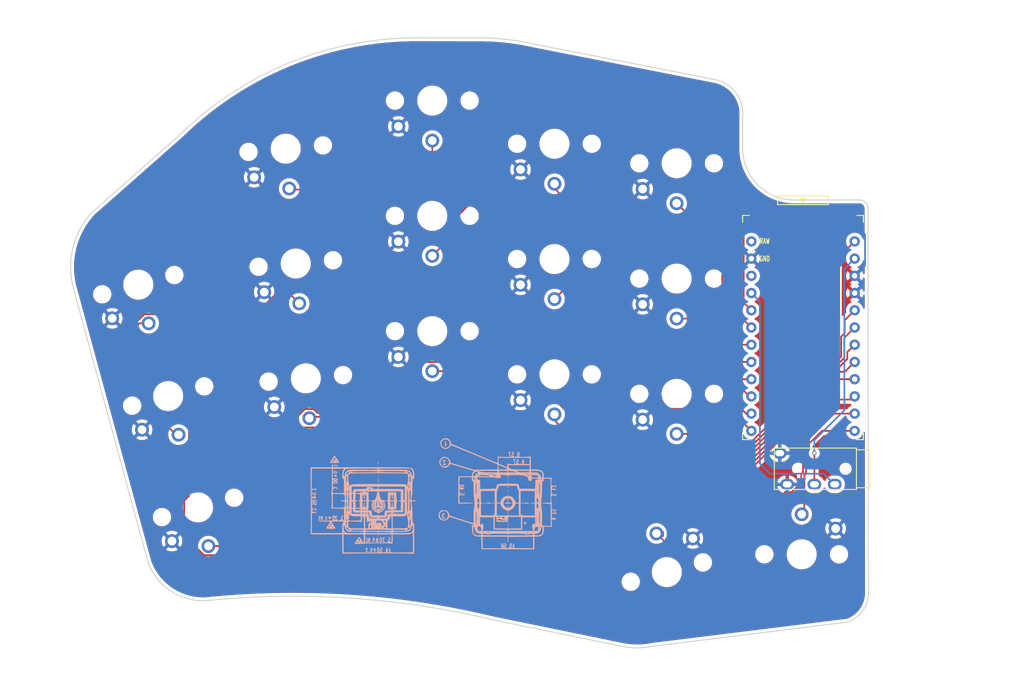
<source format=kicad_pcb>
(kicad_pcb (version 20211014) (generator pcbnew)
  (title_block (title "hypergolic") (date "2020-12-26") (rev "0.1") (company "broomlabs"))
  (layers (0 "F.Cu" signal) (31 "B.Cu" signal) (34 "B.Paste" user) (35 "F.Paste" user) (36 "B.SilkS" user "B.Silkscreen") (37 "F.SilkS" user "F.Silkscreen") (38 "B.Mask" user) (39 "F.Mask" user) (44 "Edge.Cuts" user))
  (net 0 "")
  (net 1 "reset")
  (net 2 "gnd")
  (net 3 "vcc")
  (net 4 "Switch18")
  (net 5 "Switch1")
  (net 6 "Switch2")
  (net 7 "Switch3")
  (net 8 "Switch4")
  (net 9 "Switch5")
  (net 10 "Switch6")
  (net 11 "Switch7")
  (net 12 "Switch8")
  (net 13 "Switch9")
  (net 14 "Switch10")
  (net 15 "Switch11")
  (net 16 "Switch12")
  (net 17 "Switch13")
  (net 18 "Switch14")
  (net 19 "Switch15")
  (net 20 "Switch16")
  (net 21 "Switch17")
  (net 22 "raw")
  (footprint "Kailh:SW_PG1350_rev_DPB2" (layer "F.Cu") (at 126.222674 57.450261 5)
    (fp_text reference "SW3" hide)
    (fp_text value "SW_Push" hide)
  )
  (footprint "Kailh:SW_PG1350_rev_DPB2" (layer "F.Cu") (at 147.818 50.366)
    (fp_text reference "SW4" hide)
    (fp_text value "SW_Push" hide)
  )
  (footprint "Kailh:SW_PG1350_rev_DPB2" (layer "F.Cu") (at 165.818 56.726)
    (fp_text reference "SW5" hide)
    (fp_text value "SW_Push" hide)
  )
  (footprint "Kailh:SW_PG1350_rev_DPB2" (layer "F.Cu") (at 183.818 59.606)
    (fp_text reference "SW6" hide)
    (fp_text value "SW_Push" hide)
  )
  (footprint "Kailh:SW_PG1350_rev_DPB2" (layer "F.Cu") (at 108.90337 93.926306 15)
    (fp_text reference "SW8" hide)
    (fp_text value "SW_Push" hide)
  )
  (footprint "Kailh:SW_PG1350_rev_DPB2" (layer "F.Cu") (at 127.704262 74.385584 5)
    (fp_text reference "SW9" hide)
    (fp_text value "SW_Push" hide)
  )
  (footprint "Kailh:SW_PG1350_rev_DPB2" (layer "F.Cu") (at 147.818 67.356)
    (fp_text reference "SW10" hide)
    (fp_text value "SW_Push" hide)
  )
  (footprint "Kailh:SW_PG1350_rev_DPB2" (layer "F.Cu") (at 165.818 73.726)
    (fp_text reference "SW11" hide)
    (fp_text value "SW_Push" hide)
  )
  (footprint "Kailh:SW_PG1350_rev_DPB2" (layer "F.Cu") (at 183.818 76.606)
    (fp_text reference "SW12" hide)
    (fp_text value "SW_Push" hide)
  )
  (footprint "Kailh:SW_PG1350_rev_DPB2" (layer "F.Cu") (at 104.503165 77.504519 15)
    (fp_text reference "SW14" hide)
    (fp_text value "SW_Push" hide)
  )
  (footprint "Kailh:SW_PG1350_rev_DPB2" (layer "F.Cu") (at 129.18561 91.317467 5)
    (fp_text reference "SW15" hide)
    (fp_text value "SW_Push" hide)
  )
  (footprint "Kailh:SW_PG1350_rev_DPB2" (layer "F.Cu") (at 147.818 84.356)
    (fp_text reference "SW16" hide)
    (fp_text value "SW_Push" hide)
  )
  (footprint "Kailh:SW_PG1350_rev_DPB2" (layer "F.Cu") (at 165.818 90.731)
    (fp_text reference "SW17" hide)
    (fp_text value "SW_Push" hide)
  )
  (footprint "Kailh:SW_PG1350_rev_DPB2" (layer "F.Cu") (at 183.818 93.606)
    (fp_text reference "SW18" hide)
    (fp_text value "SW_Push" hide)
  )
  (footprint "Kailh:SW_PG1350_rev_DPB2" (layer "F.Cu") (at 182.372 119.888 -165)
    (fp_text reference "SW20" hide)
    (fp_text value "SW_Push" hide)
  )
  (footprint "Kailh:SW_PG1350_rev_DPB2" (layer "F.Cu") (at 202.245524 117.262705 180)
    (fp_text reference "SW21" hide)
    (fp_text value "SW_Push" hide)
  )
  (footprint "kbd:ProMicro_v3_min_dual" (layer "F.Cu") (at 202.438 85.598)
    (fp_text reference "U1" hide)
    (fp_text value "ProMicro-kbd" hide)
  )
  (footprint "Kailh:SW_PG1350_rev_DPB2" (layer "F.Cu") (at 113.303734 110.348688 15)
    (fp_text reference "SW8" hide)
    (fp_text value "SW_Push" hide)
  )
  (footprint "Kailh:TRRS-PJ-DPB2" (layer "F.Cu") (at 210.312 104.648 -90)
    (fp_text reference "Jack0" hide)
    (fp_text value "TRRS" hide)
  )
  (footprint "silkscreens:pg1232_bottom" (layer "B.Cu") (at 158.92 109.8 180)
    (fp_text reference "REF**" hide)
    (fp_text value "silk_pg1232_bottom" hide)
  )
  (footprint "silkscreens:pg1232_top" (layer "B.Cu") (at 139.827734 109.62 180)
    (fp_text reference "REF**" hide)
    (fp_text value "silk_pg2132_top" hide)
  )
  (gr_line (start 210.669836 65.016473) (end 201.421859 65.019771) (layer "Edge.Cuts") (width 0.15))
  (gr_line (start 193.548 57.548151) (end 193.548 52.832) (layer "Edge.Cuts") (width 0.15))
  (gr_arc (start 94.996 78.232) (mid 94.842171 72.179544) (end 97.68305 66.833023) (layer "Edge.Cuts") (width 0.15))
  (gr_line (start 110.746933 55.300144) (end 97.68305 66.833023) (layer "Edge.Cuts") (width 0.15))
  (gr_arc (start 114.539391 124.095039) (mid 109.274424 122.665061) (end 105.918 118.364) (layer "Edge.Cuts") (width 0.15))
  (gr_arc (start 189.233799 47.21943) (mid 192.515124 49.16156) (end 193.548 52.832) (layer "Edge.Cuts") (width 0.15))
  (gr_arc (start 201.421859 65.019771) (mid 195.921927 62.931109) (end 193.548 57.548151) (layer "Edge.Cuts") (width 0.15))
  (gr_line (start 153.923472 41.123567) (end 146.304534 41.112406) (layer "Edge.Cuts") (width 0.15))
  (gr_arc (start 212.073813 122.936055) (mid 211.244289 125.576966) (end 209.042 127.254) (layer "Edge.Cuts") (width 0.15))
  (gr_arc (start 115.044532 124.044274) (mid 136.010956 123.739408) (end 156.736518 126.922959) (layer "Edge.Cuts") (width 0.15))
  (gr_line (start 176.259632 130.905873) (end 175.830275 130.844294) (layer "Edge.Cuts") (width 0.15))
  (gr_line (start 175.830275 130.844294) (end 156.736518 126.922959) (layer "Edge.Cuts") (width 0.15))
  (gr_line (start 115.044532 124.044274) (end 114.539391 124.095039) (layer "Edge.Cuts") (width 0.15))
  (gr_line (start 189.233799 47.21943) (end 162.851607 42.037399) (layer "Edge.Cuts") (width 0.15))
  (gr_line (start 212.073813 122.936055) (end 212.01968 66.294) (layer "Edge.Cuts") (width 0.15))
  (gr_arc (start 210.669836 65.016473) (mid 211.622684 65.361578) (end 212.01968 66.294) (layer "Edge.Cuts") (width 0.15))
  (gr_arc (start 153.923472 41.123567) (mid 158.415815 41.304232) (end 162.851607 42.037399) (layer "Edge.Cuts") (width 0.15))
  (gr_arc (start 180.34 130.81) (mid 178.304446 131.055009) (end 176.259632 130.905873) (layer "Edge.Cuts") (width 0.15))
  (gr_line (start 180.34 130.81) (end 209.042 127.254) (layer "Edge.Cuts") (width 0.15))
  (gr_line (start 94.996 78.232) (end 105.918 118.364) (layer "Edge.Cuts") (width 0.15))
  (gr_arc (start 110.746933 55.300144) (mid 127.106491 44.649341) (end 146.304534 41.112406) (layer "Edge.Cuts") (width 0.15))
  (segment (start 210.0466 76.2) (end 210.54277 76.2) (width 0.25) (layer "F.Cu") (net 2))
  (segment (start 211.582 74.6674) (end 210.0494 76.2) (width 0.25) (layer "B.Cu") (net 2))
  (segment (start 211.582 70.118) (end 211.014 69.55) (width 0.25) (layer "B.Cu") (net 2))
  (segment (start 211.582 74.6674) (end 211.582 70.118) (width 0.25) (layer "B.Cu") (net 2))
  (segment (start 198.9394 69.55) (end 194.8294 73.66) (width 0.25) (layer "B.Cu") (net 2))
  (segment (start 211.014 69.55) (end 198.9394 69.55) (width 0.25) (layer "B.Cu") (net 2))
  (segment (start 207.112 106.958) (end 207.092 106.978) (width 0.25) (layer "F.Cu") (net 3))
  (segment (start 196.088 103.886) (end 197.575001 105.373001) (width 0.25) (layer "B.Cu") (net 3))
  (segment (start 196.088 79.9986) (end 196.088 103.886) (width 0.25) (layer "B.Cu") (net 3))
  (segment (start 194.8294 78.74) (end 196.088 79.9986) (width 0.25) (layer "B.Cu") (net 3))
  (segment (start 205.487001 105.373001) (end 207.092 106.978) (width 0.25) (layer "B.Cu") (net 3))
  (segment (start 197.575001 105.373001) (end 205.487001 105.373001) (width 0.25) (layer "B.Cu") (net 3))
  (segment (start 204.112 102.348) (end 204.112 106.958) (width 0.25) (layer "F.Cu") (net 4))
  (segment (start 204.112 106.958) (end 204.092 106.978) (width 0.25) (layer "F.Cu") (net 4))
  (via (at 204.112 102.348) (size 0.6) (drill 0.4) (layers "F.Cu" "B.Cu") (net 4))
  (segment (start 204.112 102.348) (end 204.112 100.434) (width 0.25) (layer "B.Cu") (net 4))
  (segment (start 208.534 96.012) (end 208.534 75.1754) (width 0.25) (layer "B.Cu") (net 4))
  (segment (start 204.112 100.434) (end 208.534 96.012) (width 0.25) (layer "B.Cu") (net 4))
  (segment (start 208.534 75.1754) (end 210.0494 73.66) (width 0.25) (layer "B.Cu") (net 4))
  (segment (start 103.06601 84.819396) (end 103.06601 92.0156) (width 0.25) (layer "F.Cu") (net 5))
  (segment (start 186.69 101.346) (end 187.198 101.854) (width 0.25) (layer "F.Cu") (net 5))
  (segment (start 120.396 114.808) (end 118.745 116.459) (width 0.25) (layer "F.Cu") (net 5))
  (segment (start 192.136997 104.506995) (end 194.936801 104.506995) (width 0.25) (layer "F.Cu") (net 5))
  (segment (start 189.484 101.854) (end 192.136997 104.506995) (width 0.25) (layer "F.Cu") (net 5))
  (segment (start 163.068 97.536) (end 159.258 97.536) (width 0.25) (layer "F.Cu") (net 5))
  (segment (start 121.219877 113.345877) (end 121.158 113.407754) (width 0.25) (layer "F.Cu") (net 5))
  (segment (start 120.015 115.189) (end 118.745 116.459) (width 0.25) (layer "F.Cu") (net 5))
  (segment (start 153.416 91.694) (end 149.098 91.694) (width 0.25) (layer "F.Cu") (net 5))
  (segment (start 111.264233 109.369727) (end 111.264233 114.465799) (width 0.25) (layer "F.Cu") (net 5))
  (segment (start 194.936801 104.506995) (end 205.004289 94.439507) (width 0.25) (layer "F.Cu") (net 5))
  (segment (start 187.198 101.854) (end 189.484 101.854) (width 0.25) (layer "F.Cu") (net 5))
  (segment (start 131.572 98.552) (end 124.075754 98.552) (width 0.25) (layer "F.Cu") (net 5))
  (segment (start 149.098 91.694) (end 148.336 92.456) (width 0.25) (layer "F.Cu") (net 5))
  (segment (start 111.35973 97.64373) (end 111.96798 98.25198) (width 0.25) (layer "F.Cu") (net 5))
  (segment (start 121.219877 101.407877) (end 121.219877 113.345877) (width 0.25) (layer "F.Cu") (net 5))
  (segment (start 121.158 114.046) (end 120.396 114.808) (width 0.25) (layer "F.Cu") (net 5))
  (segment (start 111.264233 114.465799) (end 114.187085 117.388651) (width 0.25) (layer "F.Cu") (net 5))
  (segment (start 209.589893 94.439507) (end 210.0494 93.98) (width 0.25) (layer "F.Cu") (net 5))
  (segment (start 143.63841 92.456) (end 138.657335 97.437075) (width 0.25) (layer "F.Cu") (net 5))
  (segment (start 111.96798 108.66598) (end 111.264233 109.369727) (width 0.25) (layer "F.Cu") (net 5))
  (segment (start 138.657335 97.437075) (end 132.686925 97.437075) (width 0.25) (layer "F.Cu") (net 5))
  (segment (start 106.030197 83.203481) (end 104.681925 83.203481) (width 0.25) (layer "F.Cu") (net 5))
  (segment (start 163.068 97.536) (end 163.322 97.536) (width 0.25) (layer "F.Cu") (net 5))
  (segment (start 111.96798 98.25198) (end 111.96798 108.66598) (width 0.25) (layer "F.Cu") (net 5))
  (segment (start 164.338 97.536) (end 168.148 101.346) (width 0.25) (layer "F.Cu") (net 5))
  (segment (start 121.158 113.407754) (end 121.158 114.046) (width 0.25) (layer "F.Cu") (net 5))
  (segment (start 108.69414 97.64373) (end 111.35973 97.64373) (width 0.25) (layer "F.Cu") (net 5))
  (segment (start 103.06601 92.0156) (end 108.69414 97.64373) (width 0.25) (layer "F.Cu") (net 5))
  (segment (start 117.815349 117.388651) (end 118.745 116.459) (width 0.25) (layer "F.Cu") (net 5))
  (segment (start 114.187085 117.388651) (end 117.815349 117.388651) (width 0.25) (layer "F.Cu") (net 5))
  (segment (start 159.258 97.536) (end 153.416 91.694) (width 0.25) (layer "F.Cu") (net 5))
  (segment (start 205.004289 94.439507) (end 209.589893 94.439507) (width 0.25) (layer "F.Cu") (net 5))
  (segment (start 104.681925 83.203481) (end 103.06601 84.819396) (width 0.25) (layer "F.Cu") (net 5))
  (segment (start 148.336 92.456) (end 143.63841 92.456) (width 0.25) (layer "F.Cu") (net 5))
  (segment (start 163.068 97.536) (end 164.338 97.536) (width 0.25) (layer "F.Cu") (net 5))
  (segment (start 168.148 101.346) (end 186.69 101.346) (width 0.25) (layer "F.Cu") (net 5))
  (segment (start 124.075754 98.552) (end 121.219877 101.407877) (width 0.25) (layer "F.Cu") (net 5))
  (segment (start 132.686925 97.437075) (end 131.572 98.552) (width 0.25) (layer "F.Cu") (net 5))
  (segment (start 135.751632 59.542024) (end 131.809828 63.483828) (width 0.25) (layer "F.Cu") (net 6))
  (segment (start 154.917614 59.542024) (end 135.751632 59.542024) (width 0.25) (layer "F.Cu") (net 6))
  (segment (start 192.347008 87.63) (end 192.347008 70.571818) (width 0.25) (layer "F.Cu") (net 6))
  (segment (start 126.428409 63.483828) (end 126.112993 63.168412) (width 0.25) (layer "F.Cu") (net 6))
  (segment (start 193.617008 88.9) (end 192.347008 87.63) (width 0.25) (layer "F.Cu") (net 6))
  (segment (start 168.72924 64.96601) (end 160.3416 64.96601) (width 0.25) (layer "F.Cu") (net 6))
  (segment (start 192.347008 70.571818) (end 189.990017 68.214827) (width 0.25) (layer "F.Cu") (net 6))
  (segment (start 174.68722 70.92399) (end 168.72924 64.96601) (width 0.25) (layer "F.Cu") (net 6))
  (segment (start 189.990017 68.214827) (end 179.306764 68.214826) (width 0.25) (layer "F.Cu") (net 6))
  (segment (start 179.306764 68.214826) (end 176.5976 70.92399) (width 0.25) (layer "F.Cu") (net 6))
  (segment (start 176.5976 70.92399) (end 174.68722 70.92399) (width 0.25) (layer "F.Cu") (net 6))
  (segment (start 131.809828 63.483828) (end 126.428409 63.483828) (width 0.25) (layer "F.Cu") (net 6))
  (segment (start 194.8294 88.9) (end 193.617008 88.9) (width 0.25) (layer "F.Cu") (net 6))
  (segment (start 160.3416 64.96601) (end 154.917614 59.542024) (width 0.25) (layer "F.Cu") (net 6))
  (segment (start 160.528 64.516) (end 155.104014 59.092014) (width 0.25) (layer "F.Cu") (net 7))
  (segment (start 193.051018 86.36) (end 192.797018 86.106) (width 0.25) (layer "F.Cu") (net 7))
  (segment (start 176.4112 70.47398) (end 174.87362 70.47398) (width 0.25) (layer "F.Cu") (net 7))
  (segment (start 192.797018 86.106) (end 192.797018 70.385418) (width 0.25) (layer "F.Cu") (net 7))
  (segment (start 147.818 58.230028) (end 147.818 56.266) (width 0.25) (layer "F.Cu") (net 7))
  (segment (start 194.8294 86.36) (end 193.051018 86.36) (width 0.25) (layer "F.Cu") (net 7))
  (segment (start 155.104014 59.092014) (end 148.679986 59.092014) (width 0.25) (layer "F.Cu") (net 7))
  (segment (start 180.286815 67.764815) (end 179.120363 67.764817) (width 0.25) (layer "F.Cu") (net 7))
  (segment (start 179.120363 67.764817) (end 176.4112 70.47398) (width 0.25) (layer "F.Cu") (net 7))
  (segment (start 190.176415 67.764815) (end 180.286815 67.764815) (width 0.25) (layer "F.Cu") (net 7))
  (segment (start 168.91564 64.516) (end 160.528 64.516) (width 0.25) (layer "F.Cu") (net 7))
  (segment (start 174.87362 70.47398) (end 168.91564 64.516) (width 0.25) (layer "F.Cu") (net 7))
  (segment (start 148.679986 59.092014) (end 147.818 58.230028) (width 0.25) (layer "F.Cu") (net 7))
  (segment (start 192.797018 70.385418) (end 190.176415 67.764815) (width 0.25) (layer "F.Cu") (net 7))
  (segment (start 194.8294 83.82) (end 193.247028 82.237628) (width 0.25) (layer "F.Cu") (net 8))
  (segment (start 175.17997 70.02397) (end 176.2248 70.02397) (width 0.25) (layer "F.Cu") (net 8))
  (segment (start 190.241195 67.314805) (end 190.495195 67.314805) (width 0.25) (layer "F.Cu") (net 8))
  (segment (start 169.22199 64.06599) (end 175.17997 70.02397) (width 0.25) (layer "F.Cu") (net 8))
  (segment (start 176.2248 70.02397) (end 178.933962 67.314808) (width 0.25) (layer "F.Cu") (net 8))
  (segment (start 180.344805 67.314805) (end 180.843195 67.314805) (width 0.25) (layer "F.Cu") (net 8))
  (segment (start 190.362816 67.314806) (end 190.241195 67.314805) (width 0.25) (layer "F.Cu") (net 8))
  (segment (start 165.818 62.626) (end 165.818 63.31798) (width 0.25) (layer "F.Cu") (net 8))
  (segment (start 193.247028 70.199018) (end 190.362816 67.314806) (width 0.25) (layer "F.Cu") (net 8))
  (segment (start 193.247028 82.237628) (end 193.247028 70.199018) (width 0.25) (layer "F.Cu") (net 8))
  (segment (start 166.56601 64.06599) (end 169.22199 64.06599) (width 0.25) (layer "F.Cu") (net 8))
  (segment (start 189.996805 67.314805) (end 190.241195 67.314805) (width 0.25) (layer "F.Cu") (net 8))
  (segment (start 180.843195 67.314805) (end 189.996805 67.314805) (width 0.25) (layer "F.Cu") (net 8))
  (segment (start 178.933962 67.314808) (end 180.344805 67.314805) (width 0.25) (layer "F.Cu") (net 8))
  (segment (start 165.818 63.31798) (end 166.56601 64.06599) (width 0.25) (layer "F.Cu") (net 8))
  (segment (start 190.681595 66.864795) (end 193.697037 69.880237) (width 0.25) (layer "F.Cu") (net 9))
  (segment (start 183.818 65.506) (end 185.176795 66.864795) (width 0.25) (layer "F.Cu") (net 9))
  (segment (start 193.697038 80.147638) (end 194.8294 81.28) (width 0.25) (layer "F.Cu") (net 9))
  (segment (start 193.697037 69.880237) (end 193.697038 70.012618) (width 0.25) (layer "F.Cu") (net 9))
  (segment (start 185.176795 66.864795) (end 190.681595 66.864795) (width 0.25) (layer "F.Cu") (net 9))
  (segment (start 193.697038 70.012618) (end 193.697038 80.147638) (width 0.25) (layer "F.Cu") (net 9))
  (segment (start 102.616 84.632996) (end 102.616 92.202) (width 0.25) (layer "F.Cu") (net 10))
  (segment (start 174.24541 71.11859) (end 174.50082 71.374) (width 0.25) (layer "F.Cu") (net 10))
  (segment (start 129.597991 66.332075) (end 127.839905 66.332075) (width 0.25) (layer "F.Cu") (net 10))
  (segment (start 121.783585 81.86248) (end 105.386516 81.86248) (width 0.25) (layer "F.Cu") (net 10))
  (segment (start 127.839905 66.332075) (end 124.64499 69.52699) (width 0.25) (layer "F.Cu") (net 10))
  (segment (start 191.896998 70.758218) (end 189.803616 68.664836) (width 0.25) (layer "F.Cu") (net 10))
  (segment (start 191.896998 90.677999) (end 191.896998 70.758218) (width 0.25) (layer "F.Cu") (net 10))
  (segment (start 102.616 92.202) (end 110.039268 99.625268) (width 0.25) (layer "F.Cu") (net 10))
  (segment (start 179.324 68.834) (end 179.493165 68.664835) (width 0.25) (layer "F.Cu") (net 10))
  (segment (start 189.568835 68.664835) (end 179.578 68.664835) (width 0.25) (layer "F.Cu") (net 10))
  (segment (start 189.803616 68.664836) (end 189.568835 68.664835) (width 0.25) (layer "F.Cu") (net 10))
  (segment (start 110.039268 99.625268) (end 110.430402 99.625268) (width 0.25) (layer "F.Cu") (net 10))
  (segment (start 165.608 65.532) (end 165.49202 65.41602) (width 0.25) (layer "F.Cu") (net 10))
  (segment (start 160.155199 65.416019) (end 154.731214 59.992034) (width 0.25) (layer "F.Cu") (net 10))
  (segment (start 124.64499 79.001075) (end 121.783585 81.86248) (width 0.25) (layer "F.Cu") (net 10))
  (segment (start 194.8294 91.44) (end 192.658998 91.44) (width 0.25) (layer "F.Cu") (net 10))
  (segment (start 174.50082 71.374) (end 176.784 71.374) (width 0.25) (layer "F.Cu") (net 10))
  (segment (start 174.498 71.37118) (end 174.24541 71.11859) (width 0.25) (layer "F.Cu") (net 10))
  (segment (start 176.784 71.374) (end 179.324 68.834) (width 0.25) (layer "F.Cu") (net 10))
  (segment (start 135.938032 59.992034) (end 129.597991 66.332075) (width 0.25) (layer "F.Cu") (net 10))
  (segment (start 105.386516 81.86248) (end 102.616 84.632996) (width 0.25) (layer "F.Cu") (net 10))
  (segment (start 165.49202 65.41602) (end 160.155199 65.416019) (width 0.25) (layer "F.Cu") (net 10))
  (segment (start 192.658998 91.44) (end 191.896998 90.677999) (width 0.25) (layer "F.Cu") (net 10))
  (segment (start 124.64499 69.52699) (end 124.64499 79.001075) (width 0.25) (layer "F.Cu") (net 10))
  (segment (start 174.24541 71.11859) (end 168.65882 65.532) (width 0.25) (layer "F.Cu") (net 10))
  (segment (start 168.65882 65.532) (end 165.608 65.532) (width 0.25) (layer "F.Cu") (net 10))
  (segment (start 154.731214 59.992034) (end 135.938032 59.992034) (width 0.25) (layer "F.Cu") (net 10))
  (segment (start 174.44001 71.82401) (end 174.437189 71.821189) (width 0.25) (layer "F.Cu") (net 11))
  (segment (start 131.064 65.502476) (end 131.064 65.532) (width 0.25) (layer "F.Cu") (net 11))
  (segment (start 191.446989 90.864399) (end 191.446989 70.954231) (width 0.25) (layer "F.Cu") (net 11))
  (segment (start 130.048 66.802) (end 130.048 66.518476) (width 0.25) (layer "F.Cu") (net 11))
  (segment (start 154.544814 60.442044) (end 136.124432 60.442044) (width 0.25) (layer "F.Cu") (net 11))
  (segment (start 179.805155 69.114845) (end 179.63599 69.28401) (width 0.25) (layer "F.Cu") (net 11))
  (segment (start 136.124432 60.442044) (end 131.064 65.502476) (width 0.25) (layer "F.Cu") (net 11))
  (segment (start 174.437189 71.821189) (end 174.311599 71.821189) (width 0.25) (layer "F.Cu") (net 11))
  (segment (start 160.08478 65.98201) (end 154.544814 60.442044) (width 0.25) (layer "F.Cu") (net 11))
  (segment (start 128.00639 66.802) (end 125.222 69.58639) (width 0.25) (layer "F.Cu") (net 11))
  (segment (start 174.311599 71.821189) (end 168.47242 65.98201) (width 0.25) (layer "F.Cu") (net 11))
  (segment (start 125.222 69.58639) (end 125.222 77.266652) (width 0.25) (layer "F.Cu") (net 11))
  (segment (start 191.315185 70.812815) (end 189.617215 69.114845) (width 0.25) (layer "F.Cu") (net 11))
  (segment (start 127.762 80.01) (end 127.762 79.711215) (width 0.25) (layer "F.Cu") (net 11))
  (segment (start 179.5104 69.28401) (end 176.9704 71.82401) (width 0.25) (layer "F.Cu") (net 11))
  (segment (start 194.8294 93.98) (end 194.56258 93.98) (width 0.25) (layer "F.Cu") (net 11))
  (segment (start 179.63599 69.28401) (end 179.5104 69.28401) (width 0.25) (layer "F.Cu") (net 11))
  (segment (start 194.56258 93.98) (end 191.446989 90.864399) (width 0.25) (layer "F.Cu") (net 11))
  (segment (start 125.222 77.266652) (end 128.218481 80.263133) (width 0.25) (layer "F.Cu") (net 11))
  (segment (start 191.315185 70.822425) (end 191.315185 70.812815) (width 0.25) (layer "F.Cu") (net 11))
  (segment (start 189.617215 69.114845) (end 179.805155 69.114845) (width 0.25) (layer "F.Cu") (net 11))
  (segment (start 191.446989 70.954231) (end 191.315185 70.822425) (width 0.25) (layer "F.Cu") (net 11))
  (segment (start 176.9704 71.82401) (end 174.44001 71.82401) (width 0.25) (layer "F.Cu") (net 11))
  (segment (start 130.048 66.802) (end 128.00639 66.802) (width 0.25) (layer "F.Cu") (net 11))
  (segment (start 130.048 66.518476) (end 131.064 65.502476) (width 0.25) (layer "F.Cu") (net 11))
  (segment (start 168.47242 65.98201) (end 160.08478 65.98201) (width 0.25) (layer "F.Cu") (net 11))
  (segment (start 193.286374 93.3402) (end 193.286374 95.750374) (width 0.25) (layer "F.Cu") (net 12))
  (segment (start 174.86798 72.27402) (end 174.752 72.27402) (width 0.25) (layer "F.Cu") (net 12))
  (segment (start 190.99698 71.14063) (end 189.59998 69.74363) (width 0.25) (layer "F.Cu") (net 12))
  (segment (start 179.6968 69.73402) (end 177.1568 72.27402) (width 0.25) (layer "F.Cu") (net 12))
  (segment (start 149.857501 71.216499) (end 149.857501 69.076165) (width 0.25) (layer "F.Cu") (net 12))
  (segment (start 149.857501 69.076165) (end 155.687666 63.246) (width 0.25) (layer "F.Cu") (net 12))
  (segment (start 168.28602 66.43202) (end 174.125198 72.271198) (width 0.25) (layer "F.Cu") (net 12))
  (segment (start 174.38202 72.27402) (end 174.86798 72.27402) (width 0.25) (layer "F.Cu") (net 12))
  (segment (start 174.379198 72.271198) (end 174.38202 72.27402) (width 0.25) (layer "F.Cu") (net 12))
  (segment (start 193.286374 93.3402) (end 190.99698 91.050806) (width 0.25) (layer "F.Cu") (net 12))
  (segment (start 155.687666 63.246) (end 156.71236 63.246) (width 0.25) (layer "F.Cu") (net 12))
  (segment (start 190.99698 91.050806) (end 190.99698 71.14063) (width 0.25) (layer "F.Cu") (net 12))
  (segment (start 193.286374 95.750374) (end 194.056 96.52) (width 0.25) (layer "F.Cu") (net 12))
  (segment (start 177.1568 72.27402) (end 174.86798 72.27402) (width 0.25) (layer "F.Cu") (net 12))
  (segment (start 174.125198 72.271198) (end 174.379198 72.271198) (width 0.25) (layer "F.Cu") (net 12))
  (segment (start 194.056 96.52) (end 194.8294 96.52) (width 0.25) (layer "F.Cu") (net 12))
  (segment (start 156.71236 63.246) (end 159.89838 66.43202) (width 0.25) (layer "F.Cu") (net 12))
  (segment (start 147.818 73.256) (end 149.857501 71.216499) (width 0.25) (layer "F.Cu") (net 12))
  (segment (start 189.59998 69.74363) (end 189.59998 69.73402) (width 0.25) (layer "F.Cu") (net 12))
  (segment (start 159.89838 66.43202) (end 168.28602 66.43202) (width 0.25) (layer "F.Cu") (net 12))
  (segment (start 189.59998 69.73402) (end 179.6968 69.73402) (width 0.25) (layer "F.Cu") (net 12))
  (segment (start 190.54697 91.237206) (end 190.54697 71.32703) (width 0.25) (layer "F.Cu") (net 13))
  (segment (start 171.704 71.12) (end 167.857501 74.966499) (width 0.25) (layer "F.Cu") (net 13))
  (segment (start 179.8832 70.18403) (end 177.3432 72.72403) (width 0.25) (layer "F.Cu") (net 13))
  (segment (start 173.90997 72.72403) (end 173.90997 72.69238) (width 0.25) (layer "F.Cu") (net 13))
  (segment (start 192.836364 93.5266) (end 190.54697 91.237206) (width 0.25) (layer "F.Cu") (net 13))
  (segment (start 167.857501 74.966499) (end 167.857501 77.586499) (width 0.25) (layer "F.Cu") (net 13))
  (segment (start 167.857501 77.586499) (end 165.818 79.626) (width 0.25) (layer "F.Cu") (net 13))
  (segment (start 173.90997 72.69238) (end 172.33759 71.12) (width 0.25) (layer "F.Cu") (net 13))
  (segment (start 190.54697 71.32703) (end 189.40397 70.18403) (width 0.25) (layer "F.Cu") (net 13))
  (segment (start 172.33759 71.12) (end 171.704 71.12) (width 0.25) (layer "F.Cu") (net 13))
  (segment (start 192.836364 97.066964) (end 192.836364 93.5266) (width 0.25) (layer "F.Cu") (net 13))
  (segment (start 194.8294 99.06) (end 192.836364 97.066964) (width 0.25) (layer "F.Cu") (net 13))
  (segment (start 189.40397 70.18403) (end 179.8832 70.18403) (width 0.25) (layer "F.Cu") (net 13))
  (segment (start 177.3432 72.72403) (end 173.90997 72.72403) (width 0.25) (layer "F.Cu") (net 13))
  (segment (start 193.7508 101.77397) (end 193.22243 101.77397) (width 0.25) (layer "F.Cu") (net 14))
  (segment (start 190.096961 91.423607) (end 190.09696 83.82) (width 0.25) (layer "F.Cu") (net 14))
  (segment (start 192.386354 100.937894) (end 192.386354 93.713) (width 0.25) (layer "F.Cu") (net 14))
  (segment (start 190.09696 83.82) (end 188.78296 82.506) (width 0.25) (layer "F.Cu") (net 14))
  (segment (start 193.22243 101.77397) (end 192.386354 100.937894) (width 0.25) (layer "F.Cu") (net 14))
  (segment (start 188.78296 82.506) (end 183.818 82.506) (width 0.25) (layer "F.Cu") (net 14))
  (segment (start 207.518 88.00677) (end 193.7508 101.77397) (width 0.25) (layer "F.Cu") (net 14))
  (segment (start 210.0494 71.12) (end 207.518 73.6514) (width 0.25) (layer "F.Cu") (net 14))
  (segment (start 207.518 73.6514) (end 207.518 88.00677) (width 0.25) (layer "F.Cu") (net 14))
  (segment (start 192.386354 93.713) (end 190.096961 91.423607) (width 0.25) (layer "F.Cu") (net 14))
  (segment (start 114.830766 116.04765) (end 118.51994 116.04765) (width 0.25) (layer "F.Cu") (net 15))
  (segment (start 208.062379 85.170611) (end 208.062379 88.098801) (width 0.25) (layer "F.Cu") (net 15))
  (segment (start 188.09405 99.568) (end 189.23 99.568) (width 0.25) (layer "F.Cu") (net 15))
  (segment (start 166.7428 94.09598) (end 168.66702 96.0202) (width 0.25) (layer "F.Cu") (net 15))
  (segment (start 126.94201 98.10199) (end 128.030376 97.013624) (width 0.25) (layer "F.Cu") (net 15))
  (segment (start 118.51994 116.04765) (end 120.70799 113.8596) (width 0.25) (layer "F.Cu") (net 15))
  (segment (start 189.23 99.568) (end 189.26595 99.60395) (width 0.25) (layer "F.Cu") (net 15))
  (segment (start 168.66702 98.0522) (end 170.16078 99.54596) (width 0.25) (layer "F.Cu") (net 15))
  (segment (start 195.07059 101.09059) (end 196.34059 99.82059) (width 0.25) (layer "F.Cu") (net 15))
  (segment (start 185.73763 95.81599) (end 187.33602 97.41438) (width 0.25) (layer "F.Cu") (net 15))
  (segment (start 128.030376 96.879787) (end 129.056148 95.854015) (width 0.25) (layer "F.Cu") (net 15))
  (segment (start 164.4732 94.09598) (end 166.7428 94.09598) (width 0.25) (layer "F.Cu") (net 15))
  (segment (start 138.417194 96.404396) (end 146.356601 88.464989) (width 0.25) (layer "F.Cu") (net 15))
  (segment (start 196.34059 99.82059) (end 196.46759 99.69359) (width 0.25) (layer "F.Cu") (net 15))
  (segment (start 190.416001 99.603951) (end 193.03603 102.22398) (width 0.25) (layer "F.Cu") (net 15))
  (segment (start 152.384134 90.166646) (end 153.797877 90.166647) (width 0.25) (layer "F.Cu") (net 15))
  (segment (start 159.75921 96.12798) (end 162.4412 96.12798) (width 0.25) (layer "F.Cu") (net 15))
  (segment (start 129.056148 95.854015) (end 130.34351 95.854015) (width 0.25) (layer "F.Cu") (net 15))
  (segment (start 120.70799 113.8596) (end 120.70799 101.283354) (width 0.25) (layer "F.Cu") (net 15))
  (segment (start 179.21763 99.54596) (end 182.9476 95.81599) (width 0.25) (layer "F.Cu") (net 15))
  (segment (start 120.70799 101.283354) (end 123.889354 98.10199) (width 0.25) (layer "F.Cu") (net 15))
  (segment (start 150.682478 88.46499) (end 152.384134 90.166646) (width 0.25) (layer "F.Cu") (net 15))
  (segment (start 208.062379 88.098801) (end 196.34059 99.82059) (width 0.25) (layer "F.Cu") (net 15))
  (segment (start 146.356601 88.464989) (end 150.682478 88.46499) (width 0.25) (layer "F.Cu") (net 15))
  (segment (start 208.596401 84.636589) (end 208.062379 85.170611) (width 0.25) (layer "F.Cu") (net 15))
  (segment (start 208.596401 82.732999) (end 208.596401 84.636589) (width 0.25) (layer "F.Cu") (net 15))
  (segment (start 123.889354 98.10199) (end 126.94201 98.10199) (width 0.25) (layer "F.Cu") (net 15))
  (segment (start 130.893891 96.404396) (end 138.417194 96.404396) (width 0.25) (layer "F.Cu") (net 15))
  (segment (start 187.33602 97.41438) (end 187.33602 98.80997) (width 0.25) (layer "F.Cu") (net 15))
  (segment (start 168.66702 96.0202) (end 168.66702 98.0522) (width 0.25) (layer "F.Cu") (net 15))
  (segment (start 128.030376 97.013624) (end 128.030376 96.879787) (width 0.25) (layer "F.Cu") (net 15))
  (segment (start 162.4412 96.12798) (end 164.4732 94.09598) (width 0.25) (layer "F.Cu") (net 15))
  (segment (start 189.26595 99.60395) (end 190.416001 99.603951) (width 0.25) (layer "F.Cu") (net 15))
  (segment (start 130.34351 95.854015) (end 130.893891 96.404396) (width 0.25) (layer "F.Cu") (net 15))
  (segment (start 193.9372 102.22398) (end 195.07059 101.09059) (width 0.25) (layer "F.Cu") (net 15))
  (segment (start 182.9476 95.81599) (end 185.73763 95.81599) (width 0.25) (layer "F.Cu") (net 15))
  (segment (start 153.797877 90.166647) (end 159.75921 96.12798) (width 0.25) (layer "F.Cu") (net 15))
  (segment (start 210.0494 81.28) (end 208.596401 82.732999) (width 0.25) (layer "F.Cu") (net 15))
  (segment (start 170.16078 99.54596) (end 179.21763 99.54596) (width 0.25) (layer "F.Cu") (net 15))
  (segment (start 187.33602 98.80997) (end 188.09405 99.568) (width 0.25) (layer "F.Cu") (net 15))
  (segment (start 193.03603 102.22398) (end 193.9372 102.22398) (width 0.25) (layer "F.Cu") (net 15))
  (segment (start 166.5564 94.54599) (end 167.069205 95.058795) (width 0.25) (layer "F.Cu") (net 16))
  (segment (start 159.57281 96.57799) (end 162.6276 96.57799) (width 0.25) (layer "F.Cu") (net 16))
  (segment (start 183.13337 96.26663) (end 183.13337 96.296718) (width 0.25) (layer "F.Cu") (net 16))
  (segment (start 187.9436 100.05396) (end 190.2296 100.05396) (width 0.25) (layer "F.Cu") (net 16))
  (segment (start 130.095412 96.987066) (end 138.470934 96.987066) (width 0.25) (layer "F.Cu") (net 16))
  (segment (start 208.512389 88.285201) (end 208.512389 85.357011) (width 0.25) (layer "F.Cu") (net 16))
  (segment (start 169.97438 99.99597) (end 168.21701 98.2386) (width 0.25) (layer "F.Cu") (net 16))
  (segment (start 208.512389 85.357011) (end 210.0494 83.82) (width 0.25) (layer "F.Cu") (net 16))
  (segment (start 192.84963 102.67399) (end 194.1236 102.67399) (width 0.25) (layer "F.Cu") (net 16))
  (segment (start 194.1236 102.67399) (end 208.512389 88.285201) (width 0.25) (layer "F.Cu") (net 16))
  (segment (start 168.21701 96.2066) (end 167.069205 95.058795) (width 0.25) (layer "F.Cu") (net 16))
  (segment (start 162.6276 96.57799) (end 164.6596 94.54599) (width 0.25) (layer "F.Cu") (net 16))
  (segment (start 146.543001 88.914999) (end 150.496077 88.914999) (width 0.25) (layer "F.Cu") (net 16))
  (segment (start 153.611476 90.616656) (end 159.57281 96.57799) (width 0.25) (layer "F.Cu") (net 16))
  (segment (start 180.066152 99.333848) (end 179.40403 99.99597) (width 0.25) (layer "F.Cu") (net 16))
  (segment (start 168.21701 98.2386) (end 168.21701 96.2066) (width 0.25) (layer "F.Cu") (net 16))
  (segment (start 185.42 96.266) (end 185.166 96.266) (width 0.25) (layer "F.Cu") (net 16))
  (segment (start 185.16537 96.26663) (end 183.13337 96.26663) (width 0.25) (layer "F.Cu") (net 16))
  (segment (start 186.88601 98.99637) (end 186.88601 97.60078) (width 0.25) (layer "F.Cu") (net 16))
  (segment (start 185.42063 96.26663) (end 185.42 96.266) (width 0.25) (layer "F.Cu") (net 16))
  (segment (start 179.40403 99.99597) (end 169.97438 99.99597) (width 0.25) (layer "F.Cu") (net 16))
  (segment (start 167.069205 95.058795) (end 166.688205 94.677795) (width 0.25) (layer "F.Cu") (net 16))
  (segment (start 180.09624 99.333848) (end 180.066152 99.333848) (width 0.25) (layer "F.Cu") (net 16))
  (segment (start 150.496077 88.914999) (end 152.197734 90.616656) (width 0.25) (layer "F.Cu") (net 16))
  (segment (start 152.197734 90.616656) (end 153.611476 90.616656) (width 0.25) (layer "F.Cu") (net 16))
  (segment (start 185.166 96.266) (end 185.16537 96.26663) (width 0.25) (layer "F.Cu") (net 16))
  (segment (start 186.88601 97.60078) (end 185.551861 96.266631) (width 0.25) (layer "F.Cu") (net 16))
  (segment (start 183.13337 96.296718) (end 180.09624 99.333848) (width 0.25) (layer "F.Cu") (net 16))
  (segment (start 138.470934 96.987066) (end 146.543001 88.914999) (width 0.25) (layer "F.Cu") (net 16))
  (segment (start 190.2296 100.05396) (end 192.84963 102.67399) (width 0.25) (layer "F.Cu") (net 16))
  (segment (start 164.6596 94.54599) (end 166.5564 94.54599) (width 0.25) (layer "F.Cu") (net 16))
  (segment (start 185.551861 96.266631) (end 185.42063 96.26663) (width 0.25) (layer "F.Cu") (net 16))
  (segment (start 187.9436 100.05396) (end 186.88601 98.99637) (width 0.25) (layer "F.Cu") (net 16))
  (segment (start 153.425076 91.066666) (end 152.011334 91.066666) (width 0.25) (layer "F.Cu") (net 17))
  (segment (start 183.349858 96.71664) (end 180.546249 99.520249) (width 0.25) (layer "F.Cu") (net 17))
  (segment (start 151.200668 90.256) (end 147.818 90.256) (width 0.25) (layer "F.Cu") (net 17))
  (segment (start 162.814 97.028) (end 159.38641 97.028) (width 0.25) (layer "F.Cu") (net 17))
  (segment (start 152.011334 91.066666) (end 151.200668 90.256) (width 0.25) (layer "F.Cu") (net 17))
  (segment (start 192.66323 103.124) (end 190.043203 100.503973) (width 0.25) (layer "F.Cu") (net 17))
  (segment (start 187.7572 100.50397) (end 186.436 99.18277) (width 0.25) (layer "F.Cu") (net 17))
  (segment (start 190.043203 100.503973) (end 189.413584 100.50397) (width 0.25) (layer "F.Cu") (net 17))
  (segment (start 180.546249 99.612931) (end 179.7132 100.44598) (width 0.25) (layer "F.Cu") (net 17))
  (segment (start 194.31 103.124) (end 192.66323 103.124) (width 0.25) (layer "F.Cu") (net 17))
  (segment (start 167.767 98.425) (end 167.767 96.393) (width 0.25) (layer "F.Cu") (net 17))
  (segment (start 210.0494 86.36) (end 208.962399 87.447001) (width 0.25) (layer "F.Cu") (net 17))
  (segment (start 179.7132 100.44598) (end 169.78798 100.44598) (width 0.25) (layer "F.Cu") (net 17))
  (segment (start 164.846 94.996) (end 162.814 97.028) (width 0.25) (layer "F.Cu") (net 17))
  (segment (start 186.436 99.18277) (end 186.436 97.78718) (width 0.25) (layer "F.Cu") (net 17))
  (segment (start 166.37 94.996) (end 164.846 94.996) (width 0.25) (layer "F.Cu") (net 17))
  (segment (start 189.413584 100.50397) (end 187.7572 100.50397) (width 0.25) (layer "F.Cu") (net 17))
  (segment (start 185.36546 96.71664) (end 183.349858 96.71664) (width 0.25) (layer "F.Cu") (net 17))
  (segment (start 208.962399 87.447001) (end 208.962399 88.471601) (width 0.25) (layer "F.Cu") (net 17))
  (segment (start 208.962399 88.471601) (end 194.31 103.124) (width 0.25) (layer "F.Cu") (net 17))
  (segment (start 186.436 97.78718) (end 185.36546 96.71664) (width 0.25) (layer "F.Cu") (net 17))
  (segment (start 180.546249 99.520249) (end 180.546249 99.612931) (width 0.25) (layer "F.Cu") (net 17))
  (segment (start 167.767 96.393) (end 166.37 94.996) (width 0.25) (layer "F.Cu") (net 17))
  (segment (start 169.78798 100.44598) (end 167.767 98.425) (width 0.25) (layer "F.Cu") (net 17))
  (segment (start 159.38641 97.028) (end 153.425076 91.066666) (width 0.25) (layer "F.Cu") (net 17))
  (segment (start 189.59998 100.95398) (end 187.5708 100.95398) (width 0.25) (layer "F.Cu") (net 18))
  (segment (start 189.59998 100.95398) (end 189.856802 100.953982) (width 0.25) (layer "F.Cu") (net 18))
  (segment (start 179.8996 100.89599) (end 169.22199 100.89599) (width 0.25) (layer "F.Cu") (net 18))
  (segment (start 185.179059 97.166649) (end 183.536259 97.166649) (width 0.25) (layer "F.Cu") (net 18))
  (segment (start 183.536259 97.166649) (end 181.125299 99.577609) (width 0.25) (layer "F.Cu") (net 18))
  (segment (start 207.817977 90.352999) (end 208.596401 90.352999) (width 0.25) (layer "F.Cu") (net 18))
  (segment (start 169.22199 100.89599) (end 165.818 97.492) (width 0.25) (layer "F.Cu") (net 18))
  (segment (start 181.125299 99.577609) (end 181.125299 99.670291) (width 0.25) (layer "F.Cu") (net 18))
  (segment (start 208.596401 90.352999) (end 210.0494 88.9) (width 0.25) (layer "F.Cu") (net 18))
  (segment (start 194.564 103.606976) (end 207.817977 90.352999) (width 0.25) (layer "F.Cu") (net 18))
  (segment (start 185.934214 97.921804) (end 185.179059 97.166649) (width 0.25) (layer "F.Cu") (net 18))
  (segment (start 187.5708 100.95398) (end 185.934215 99.317395) (width 0.25) (layer "F.Cu") (net 18))
  (segment (start 185.934215 99.317395) (end 185.934214 97.921804) (width 0.25) (layer "F.Cu") (net 18))
  (segment (start 165.818 97.492) (end 165.818 96.631) (width 0.25) (layer "F.Cu") (net 18))
  (segment (start 189.856802 100.953982) (end 192.509796 103.606976) (width 0.25) (layer "F.Cu") (net 18))
  (segment (start 165.497 96.631) (end 165.818 96.631) (width 0.25) (layer "F.Cu") (net 18))
  (segment (start 192.509796 103.606976) (end 194.564 103.606976) (width 0.25) (layer "F.Cu") (net 18))
  (segment (start 181.125299 99.670291) (end 179.8996 100.89599) (width 0.25) (layer "F.Cu") (net 18))
  (segment (start 192.323396 104.056986) (end 194.750401 104.056985) (width 0.25) (layer "F.Cu") (net 19))
  (segment (start 183.818 99.506) (end 185.48641 99.506) (width 0.25) (layer "F.Cu") (net 19))
  (segment (start 187.3844 101.40399) (end 189.6704 101.40399) (width 0.25) (layer "F.Cu") (net 19))
  (segment (start 194.750401 104.056985) (end 207.367386 91.44) (width 0.25) (layer "F.Cu") (net 19))
  (segment (start 210.0494 91.44) (end 208.97177 91.44) (width 0.25) (layer "F.Cu") (net 19))
  (segment (start 185.48641 99.506) (end 187.3844 101.40399) (width 0.25) (layer "F.Cu") (net 19))
  (segment (start 189.6704 101.40399) (end 192.323396 104.056986) (width 0.25) (layer "F.Cu") (net 19))
  (segment (start 207.367386 91.44) (end 210.0494 91.44) (width 0.25) (layer "F.Cu") (net 19))
  (segment (start 202.184999 106.676005) (end 200.757994 108.10301) (width 0.25) (layer "F.Cu") (net 20))
  (segment (start 183.24193 116.586) (end 180.844968 114.189038) (width 0.25) (layer "F.Cu") (net 20))
  (segment (start 207.01 96.52) (end 201.676 101.854) (width 0.25) (layer "F.Cu") (net 20))
  (segment (start 191.314 116.586) (end 183.24193 116.586) (width 0.25) (layer "F.Cu") (net 20))
  (segment (start 181.634898 114.189038) (end 181.820968 114.002968) (width 0.25) (layer "F.Cu") (net 20))
  (segment (start 202.437001 105.156999) (end 202.184999 105.409001) (width 0.25) (layer "F.Cu") (net 20))
  (segment (start 202.184999 105.409001) (end 202.184999 106.676005) (width 0.25) (layer "F.Cu") (net 20))
  (segment (start 180.844968 114.189038) (end 181.634898 114.189038) (width 0.25) (layer "F.Cu") (net 20))
  (segment (start 200.757994 108.10301) (end 199.79699 108.10301) (width 0.25) (layer "F.Cu") (net 20))
  (segment (start 199.79699 108.10301) (end 191.314 116.586) (width 0.25) (layer "F.Cu") (net 20))
  (segment (start 201.676 101.854) (end 201.676 103.124) (width 0.25) (layer "F.Cu") (net 20))
  (segment (start 210.0494 96.52) (end 207.01 96.52) (width 0.25) (layer "F.Cu") (net 20))
  (segment (start 181.820968 114.002968) (end 181.820968 114.577038) (width 0.25) (layer "F.Cu") (net 20))
  (segment (start 202.437001 103.885001) (end 202.437001 105.156999) (width 0.25) (layer "F.Cu") (net 20))
  (segment (start 201.676 103.124) (end 202.437001 103.885001) (width 0.25) (layer "F.Cu") (net 20))
  (segment (start 202.887011 103.698601) (end 202.887011 105.214989) (width 0.25) (layer "F.Cu") (net 21))
  (segment (start 202.12601 102.9376) (end 202.887011 103.698601) (width 0.25) (layer "F.Cu") (net 21))
  (segment (start 202.635009 105.595401) (end 202.635009 110.97322) (width 0.25) (layer "F.Cu") (net 21))
  (segment (start 202.887011 105.214989) (end 202.88701 105.3434) (width 0.25) (layer "F.Cu") (net 21))
  (segment (start 202.887011 105.214989) (end 202.887011 105.41) (width 0.25) (layer "F.Cu") (net 21))
  (segment (start 210.0494 99.06) (end 205.232 99.06) (width 0.25) (layer "F.Cu") (net 21))
  (segment (start 202.88701 105.3434) (end 202.635009 105.595401) (width 0.25) (layer "F.Cu") (net 21))
  (segment (start 202.635009 110.97322) (end 202.245524 111.362705) (width 0.25) (layer "F.Cu") (net 21))
  (segment (start 201.536992 111.362705) (end 202.245524 111.362705) (width 0.25) (layer "F.Cu") (net 21))
  (segment (start 205.232 99.06) (end 202.12601 102.16599) (width 0.25) (layer "F.Cu") (net 21))
  (segment (start 202.12601 102.16599) (end 202.12601 102.9376) (width 0.25) (layer "F.Cu") (net 21))
  (segment (start 194.720018 71.010618) (end 194.8294 71.12) (width 0.5) (layer "F.Cu") (net 22))
  (zone (net 2) (net_name "gnd") (layer "F.Cu") (connect_pads (clearance 0.508)) (min_thickness 0.254) (fill yes (thermal_gap 0.508) (thermal_bridge_width 0.508))
    (polygon (pts (xy 221.91964 36.800717) (xy 229.28564 137.384717) (xy 84.12464 137.892717) (xy 84.88664 35.530717)))
  )
  (zone (net 2) (net_name "gnd") (layer "B.Cu") (connect_pads (clearance 0.508)) (min_thickness 0.254) (fill yes (thermal_gap 0.508) (thermal_bridge_width 0.508))
    (polygon (pts (xy 229.631762 132.275628) (xy 235.025911 35.734429) (xy 86.061614 37.808826) (xy 89.811465 135.620025)))
  )
)
</source>
